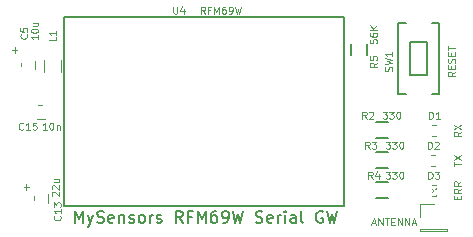
<source format=gto>
G04 #@! TF.GenerationSoftware,KiCad,Pcbnew,no-vcs-found-ecdfa40~58~ubuntu16.04.1*
G04 #@! TF.CreationDate,2017-03-21T12:12:51+02:00*
G04 #@! TF.ProjectId,serial_gw_ATMEGA328P,73657269616C5F67775F41544D454741,rev?*
G04 #@! TF.FileFunction,Legend,Top*
G04 #@! TF.FilePolarity,Positive*
%FSLAX46Y46*%
G04 Gerber Fmt 4.6, Leading zero omitted, Abs format (unit mm)*
G04 Created by KiCad (PCBNEW no-vcs-found-ecdfa40~58~ubuntu16.04.1) date Tue Mar 21 12:12:51 2017*
%MOMM*%
%LPD*%
G01*
G04 APERTURE LIST*
%ADD10C,0.100000*%
%ADD11C,0.120000*%
%ADD12C,0.200000*%
%ADD13C,0.150000*%
%ADD14C,1.901140*%
%ADD15C,3.399740*%
%ADD16R,1.750000X1.750000*%
%ADD17R,1.150000X1.600000*%
%ADD18R,2.000000X2.400000*%
%ADD19R,1.200000X1.200000*%
%ADD20R,1.600000X1.300000*%
%ADD21R,1.300000X1.600000*%
%ADD22R,3.400000X1.600000*%
%ADD23R,1.600000X1.150000*%
G04 APERTURE END LIST*
D10*
D11*
X77528571Y-78042857D02*
X77071428Y-78042857D01*
X77300000Y-78271428D02*
X77300000Y-77814285D01*
X78071428Y-89642857D02*
X78528571Y-89642857D01*
X78300000Y-89871428D02*
X78300000Y-89414285D01*
D12*
X82424380Y-92654380D02*
X82424380Y-91654380D01*
X82757714Y-92368666D01*
X83091047Y-91654380D01*
X83091047Y-92654380D01*
X83472000Y-91987714D02*
X83710095Y-92654380D01*
X83948190Y-91987714D02*
X83710095Y-92654380D01*
X83614857Y-92892476D01*
X83567238Y-92940095D01*
X83472000Y-92987714D01*
X84281523Y-92606761D02*
X84424380Y-92654380D01*
X84662476Y-92654380D01*
X84757714Y-92606761D01*
X84805333Y-92559142D01*
X84852952Y-92463904D01*
X84852952Y-92368666D01*
X84805333Y-92273428D01*
X84757714Y-92225809D01*
X84662476Y-92178190D01*
X84472000Y-92130571D01*
X84376761Y-92082952D01*
X84329142Y-92035333D01*
X84281523Y-91940095D01*
X84281523Y-91844857D01*
X84329142Y-91749619D01*
X84376761Y-91702000D01*
X84472000Y-91654380D01*
X84710095Y-91654380D01*
X84852952Y-91702000D01*
X85662476Y-92606761D02*
X85567238Y-92654380D01*
X85376761Y-92654380D01*
X85281523Y-92606761D01*
X85233904Y-92511523D01*
X85233904Y-92130571D01*
X85281523Y-92035333D01*
X85376761Y-91987714D01*
X85567238Y-91987714D01*
X85662476Y-92035333D01*
X85710095Y-92130571D01*
X85710095Y-92225809D01*
X85233904Y-92321047D01*
X86138666Y-91987714D02*
X86138666Y-92654380D01*
X86138666Y-92082952D02*
X86186285Y-92035333D01*
X86281523Y-91987714D01*
X86424380Y-91987714D01*
X86519619Y-92035333D01*
X86567238Y-92130571D01*
X86567238Y-92654380D01*
X86995809Y-92606761D02*
X87091047Y-92654380D01*
X87281523Y-92654380D01*
X87376761Y-92606761D01*
X87424380Y-92511523D01*
X87424380Y-92463904D01*
X87376761Y-92368666D01*
X87281523Y-92321047D01*
X87138666Y-92321047D01*
X87043428Y-92273428D01*
X86995809Y-92178190D01*
X86995809Y-92130571D01*
X87043428Y-92035333D01*
X87138666Y-91987714D01*
X87281523Y-91987714D01*
X87376761Y-92035333D01*
X87995809Y-92654380D02*
X87900571Y-92606761D01*
X87852952Y-92559142D01*
X87805333Y-92463904D01*
X87805333Y-92178190D01*
X87852952Y-92082952D01*
X87900571Y-92035333D01*
X87995809Y-91987714D01*
X88138666Y-91987714D01*
X88233904Y-92035333D01*
X88281523Y-92082952D01*
X88329142Y-92178190D01*
X88329142Y-92463904D01*
X88281523Y-92559142D01*
X88233904Y-92606761D01*
X88138666Y-92654380D01*
X87995809Y-92654380D01*
X88757714Y-92654380D02*
X88757714Y-91987714D01*
X88757714Y-92178190D02*
X88805333Y-92082952D01*
X88852952Y-92035333D01*
X88948190Y-91987714D01*
X89043428Y-91987714D01*
X89329142Y-92606761D02*
X89424380Y-92654380D01*
X89614857Y-92654380D01*
X89710095Y-92606761D01*
X89757714Y-92511523D01*
X89757714Y-92463904D01*
X89710095Y-92368666D01*
X89614857Y-92321047D01*
X89472000Y-92321047D01*
X89376761Y-92273428D01*
X89329142Y-92178190D01*
X89329142Y-92130571D01*
X89376761Y-92035333D01*
X89472000Y-91987714D01*
X89614857Y-91987714D01*
X89710095Y-92035333D01*
X91519619Y-92654380D02*
X91186285Y-92178190D01*
X90948190Y-92654380D02*
X90948190Y-91654380D01*
X91329142Y-91654380D01*
X91424380Y-91702000D01*
X91472000Y-91749619D01*
X91519619Y-91844857D01*
X91519619Y-91987714D01*
X91472000Y-92082952D01*
X91424380Y-92130571D01*
X91329142Y-92178190D01*
X90948190Y-92178190D01*
X92281523Y-92130571D02*
X91948190Y-92130571D01*
X91948190Y-92654380D02*
X91948190Y-91654380D01*
X92424380Y-91654380D01*
X92805333Y-92654380D02*
X92805333Y-91654380D01*
X93138666Y-92368666D01*
X93472000Y-91654380D01*
X93472000Y-92654380D01*
X94376761Y-91654380D02*
X94186285Y-91654380D01*
X94091047Y-91702000D01*
X94043428Y-91749619D01*
X93948190Y-91892476D01*
X93900571Y-92082952D01*
X93900571Y-92463904D01*
X93948190Y-92559142D01*
X93995809Y-92606761D01*
X94091047Y-92654380D01*
X94281523Y-92654380D01*
X94376761Y-92606761D01*
X94424380Y-92559142D01*
X94472000Y-92463904D01*
X94472000Y-92225809D01*
X94424380Y-92130571D01*
X94376761Y-92082952D01*
X94281523Y-92035333D01*
X94091047Y-92035333D01*
X93995809Y-92082952D01*
X93948190Y-92130571D01*
X93900571Y-92225809D01*
X94948190Y-92654380D02*
X95138666Y-92654380D01*
X95233904Y-92606761D01*
X95281523Y-92559142D01*
X95376761Y-92416285D01*
X95424380Y-92225809D01*
X95424380Y-91844857D01*
X95376761Y-91749619D01*
X95329142Y-91702000D01*
X95233904Y-91654380D01*
X95043428Y-91654380D01*
X94948190Y-91702000D01*
X94900571Y-91749619D01*
X94852952Y-91844857D01*
X94852952Y-92082952D01*
X94900571Y-92178190D01*
X94948190Y-92225809D01*
X95043428Y-92273428D01*
X95233904Y-92273428D01*
X95329142Y-92225809D01*
X95376761Y-92178190D01*
X95424380Y-92082952D01*
X95757714Y-91654380D02*
X95995809Y-92654380D01*
X96186285Y-91940095D01*
X96376761Y-92654380D01*
X96614857Y-91654380D01*
X97710095Y-92606761D02*
X97852952Y-92654380D01*
X98091047Y-92654380D01*
X98186285Y-92606761D01*
X98233904Y-92559142D01*
X98281523Y-92463904D01*
X98281523Y-92368666D01*
X98233904Y-92273428D01*
X98186285Y-92225809D01*
X98091047Y-92178190D01*
X97900571Y-92130571D01*
X97805333Y-92082952D01*
X97757714Y-92035333D01*
X97710095Y-91940095D01*
X97710095Y-91844857D01*
X97757714Y-91749619D01*
X97805333Y-91702000D01*
X97900571Y-91654380D01*
X98138666Y-91654380D01*
X98281523Y-91702000D01*
X99091047Y-92606761D02*
X98995809Y-92654380D01*
X98805333Y-92654380D01*
X98710095Y-92606761D01*
X98662476Y-92511523D01*
X98662476Y-92130571D01*
X98710095Y-92035333D01*
X98805333Y-91987714D01*
X98995809Y-91987714D01*
X99091047Y-92035333D01*
X99138666Y-92130571D01*
X99138666Y-92225809D01*
X98662476Y-92321047D01*
X99567238Y-92654380D02*
X99567238Y-91987714D01*
X99567238Y-92178190D02*
X99614857Y-92082952D01*
X99662476Y-92035333D01*
X99757714Y-91987714D01*
X99852952Y-91987714D01*
X100186285Y-92654380D02*
X100186285Y-91987714D01*
X100186285Y-91654380D02*
X100138666Y-91702000D01*
X100186285Y-91749619D01*
X100233904Y-91702000D01*
X100186285Y-91654380D01*
X100186285Y-91749619D01*
X101091047Y-92654380D02*
X101091047Y-92130571D01*
X101043428Y-92035333D01*
X100948190Y-91987714D01*
X100757714Y-91987714D01*
X100662476Y-92035333D01*
X101091047Y-92606761D02*
X100995809Y-92654380D01*
X100757714Y-92654380D01*
X100662476Y-92606761D01*
X100614857Y-92511523D01*
X100614857Y-92416285D01*
X100662476Y-92321047D01*
X100757714Y-92273428D01*
X100995809Y-92273428D01*
X101091047Y-92225809D01*
X101710095Y-92654380D02*
X101614857Y-92606761D01*
X101567238Y-92511523D01*
X101567238Y-91654380D01*
X103376761Y-91702000D02*
X103281523Y-91654380D01*
X103138666Y-91654380D01*
X102995809Y-91702000D01*
X102900571Y-91797238D01*
X102852952Y-91892476D01*
X102805333Y-92082952D01*
X102805333Y-92225809D01*
X102852952Y-92416285D01*
X102900571Y-92511523D01*
X102995809Y-92606761D01*
X103138666Y-92654380D01*
X103233904Y-92654380D01*
X103376761Y-92606761D01*
X103424380Y-92559142D01*
X103424380Y-92225809D01*
X103233904Y-92225809D01*
X103757714Y-91654380D02*
X103995809Y-92654380D01*
X104186285Y-91940095D01*
X104376761Y-92654380D01*
X104614857Y-91654380D01*
D11*
X111656000Y-93202000D02*
X111656000Y-93322000D01*
X111656000Y-93322000D02*
X113896000Y-93322000D01*
X113896000Y-93322000D02*
X113896000Y-93202000D01*
X113896000Y-93202000D02*
X111656000Y-93202000D01*
X111656000Y-92202000D02*
X111656000Y-91082000D01*
X111656000Y-91082000D02*
X112776000Y-91082000D01*
X80102000Y-90262000D02*
X80102000Y-90962000D01*
X78902000Y-90962000D02*
X78902000Y-90262000D01*
D13*
X110806000Y-80140000D02*
X110806000Y-77340000D01*
X110806000Y-77340000D02*
X112206000Y-77340000D01*
X112206000Y-77340000D02*
X112206000Y-80140000D01*
X112206000Y-80140000D02*
X110806000Y-80140000D01*
X109756000Y-75740000D02*
X110406000Y-75740000D01*
X113256000Y-75740000D02*
X112606000Y-75740000D01*
X112606000Y-81740000D02*
X113256000Y-81740000D01*
X109756000Y-81740000D02*
X110406000Y-81740000D01*
X109756000Y-75740000D02*
X109756000Y-81740000D01*
X113256000Y-81740000D02*
X113256000Y-75740000D01*
D11*
X114114000Y-85336000D02*
X112014000Y-85336000D01*
X114114000Y-84336000D02*
X112014000Y-84336000D01*
X114114000Y-85336000D02*
X114114000Y-84336000D01*
X114038000Y-87876000D02*
X114038000Y-86876000D01*
X114038000Y-86876000D02*
X111938000Y-86876000D01*
X114038000Y-87876000D02*
X111938000Y-87876000D01*
X114114000Y-90416000D02*
X112014000Y-90416000D01*
X114114000Y-89416000D02*
X112014000Y-89416000D01*
X114114000Y-90416000D02*
X114114000Y-89416000D01*
D13*
X107874000Y-84161000D02*
X108874000Y-84161000D01*
X108874000Y-85511000D02*
X107874000Y-85511000D01*
X108874000Y-88051000D02*
X107874000Y-88051000D01*
X107874000Y-86701000D02*
X108874000Y-86701000D01*
X107874000Y-89241000D02*
X108874000Y-89241000D01*
X108874000Y-90591000D02*
X107874000Y-90591000D01*
X105751000Y-78478000D02*
X105751000Y-77478000D01*
X107101000Y-77478000D02*
X107101000Y-78478000D01*
X81480000Y-75264000D02*
X105180000Y-75264000D01*
X105180000Y-75264000D02*
X105180000Y-91264000D01*
X105180000Y-91264000D02*
X81480000Y-91264000D01*
X81480000Y-91264000D02*
X81480000Y-75264000D01*
D11*
X79820000Y-79900000D02*
X79820000Y-78900000D01*
X81180000Y-78900000D02*
X81180000Y-79900000D01*
X79000000Y-78950000D02*
X79000000Y-79650000D01*
X77800000Y-79650000D02*
X77800000Y-78950000D01*
X79150000Y-82700000D02*
X79850000Y-82700000D01*
X79850000Y-83900000D02*
X79150000Y-83900000D01*
X112333142Y-90353428D02*
X112333142Y-89753428D01*
X112561714Y-89753428D01*
X112618857Y-89782000D01*
X112647428Y-89810571D01*
X112676000Y-89867714D01*
X112676000Y-89953428D01*
X112647428Y-90010571D01*
X112618857Y-90039142D01*
X112561714Y-90067714D01*
X112333142Y-90067714D01*
X112904571Y-89810571D02*
X112933142Y-89782000D01*
X112990285Y-89753428D01*
X113133142Y-89753428D01*
X113190285Y-89782000D01*
X113218857Y-89810571D01*
X113247428Y-89867714D01*
X113247428Y-89924857D01*
X113218857Y-90010571D01*
X112876000Y-90353428D01*
X113247428Y-90353428D01*
X107557142Y-92700000D02*
X107842857Y-92700000D01*
X107500000Y-92871428D02*
X107700000Y-92271428D01*
X107900000Y-92871428D01*
X108100000Y-92871428D02*
X108100000Y-92271428D01*
X108442857Y-92871428D01*
X108442857Y-92271428D01*
X108642857Y-92271428D02*
X108985714Y-92271428D01*
X108814285Y-92871428D02*
X108814285Y-92271428D01*
X109185714Y-92557142D02*
X109385714Y-92557142D01*
X109471428Y-92871428D02*
X109185714Y-92871428D01*
X109185714Y-92271428D01*
X109471428Y-92271428D01*
X109728571Y-92871428D02*
X109728571Y-92271428D01*
X110071428Y-92871428D01*
X110071428Y-92271428D01*
X110357142Y-92871428D02*
X110357142Y-92271428D01*
X110700000Y-92871428D01*
X110700000Y-92271428D01*
X110957142Y-92700000D02*
X111242857Y-92700000D01*
X110900000Y-92871428D02*
X111100000Y-92271428D01*
X111300000Y-92871428D01*
X81130285Y-92079714D02*
X81158857Y-92108285D01*
X81187428Y-92194000D01*
X81187428Y-92251142D01*
X81158857Y-92336857D01*
X81101714Y-92394000D01*
X81044571Y-92422571D01*
X80930285Y-92451142D01*
X80844571Y-92451142D01*
X80730285Y-92422571D01*
X80673142Y-92394000D01*
X80616000Y-92336857D01*
X80587428Y-92251142D01*
X80587428Y-92194000D01*
X80616000Y-92108285D01*
X80644571Y-92079714D01*
X81187428Y-91508285D02*
X81187428Y-91851142D01*
X81187428Y-91679714D02*
X80587428Y-91679714D01*
X80673142Y-91736857D01*
X80730285Y-91794000D01*
X80758857Y-91851142D01*
X80587428Y-91308285D02*
X80587428Y-90936857D01*
X80816000Y-91136857D01*
X80816000Y-91051142D01*
X80844571Y-90994000D01*
X80873142Y-90965428D01*
X80930285Y-90936857D01*
X81073142Y-90936857D01*
X81130285Y-90965428D01*
X81158857Y-90994000D01*
X81187428Y-91051142D01*
X81187428Y-91222571D01*
X81158857Y-91279714D01*
X81130285Y-91308285D01*
X80500571Y-90390571D02*
X80472000Y-90362000D01*
X80443428Y-90304857D01*
X80443428Y-90162000D01*
X80472000Y-90104857D01*
X80500571Y-90076285D01*
X80557714Y-90047714D01*
X80614857Y-90047714D01*
X80700571Y-90076285D01*
X81043428Y-90419142D01*
X81043428Y-90047714D01*
X80500571Y-89819142D02*
X80472000Y-89790571D01*
X80443428Y-89733428D01*
X80443428Y-89590571D01*
X80472000Y-89533428D01*
X80500571Y-89504857D01*
X80557714Y-89476285D01*
X80614857Y-89476285D01*
X80700571Y-89504857D01*
X81043428Y-89847714D01*
X81043428Y-89476285D01*
X80643428Y-88962000D02*
X81043428Y-88962000D01*
X80643428Y-89219142D02*
X80957714Y-89219142D01*
X81014857Y-89190571D01*
X81043428Y-89133428D01*
X81043428Y-89047714D01*
X81014857Y-88990571D01*
X80986285Y-88962000D01*
X109208857Y-79794000D02*
X109237428Y-79708285D01*
X109237428Y-79565428D01*
X109208857Y-79508285D01*
X109180285Y-79479714D01*
X109123142Y-79451142D01*
X109066000Y-79451142D01*
X109008857Y-79479714D01*
X108980285Y-79508285D01*
X108951714Y-79565428D01*
X108923142Y-79679714D01*
X108894571Y-79736857D01*
X108866000Y-79765428D01*
X108808857Y-79794000D01*
X108751714Y-79794000D01*
X108694571Y-79765428D01*
X108666000Y-79736857D01*
X108637428Y-79679714D01*
X108637428Y-79536857D01*
X108666000Y-79451142D01*
X108637428Y-79251142D02*
X109237428Y-79108285D01*
X108808857Y-78994000D01*
X109237428Y-78879714D01*
X108637428Y-78736857D01*
X109237428Y-78194000D02*
X109237428Y-78536857D01*
X109237428Y-78365428D02*
X108637428Y-78365428D01*
X108723142Y-78422571D01*
X108780285Y-78479714D01*
X108808857Y-78536857D01*
X114571428Y-79865428D02*
X114285714Y-80065428D01*
X114571428Y-80208285D02*
X113971428Y-80208285D01*
X113971428Y-79979714D01*
X114000000Y-79922571D01*
X114028571Y-79894000D01*
X114085714Y-79865428D01*
X114171428Y-79865428D01*
X114228571Y-79894000D01*
X114257142Y-79922571D01*
X114285714Y-79979714D01*
X114285714Y-80208285D01*
X114257142Y-79608285D02*
X114257142Y-79408285D01*
X114571428Y-79322571D02*
X114571428Y-79608285D01*
X113971428Y-79608285D01*
X113971428Y-79322571D01*
X114542857Y-79094000D02*
X114571428Y-79008285D01*
X114571428Y-78865428D01*
X114542857Y-78808285D01*
X114514285Y-78779714D01*
X114457142Y-78751142D01*
X114400000Y-78751142D01*
X114342857Y-78779714D01*
X114314285Y-78808285D01*
X114285714Y-78865428D01*
X114257142Y-78979714D01*
X114228571Y-79036857D01*
X114200000Y-79065428D01*
X114142857Y-79094000D01*
X114085714Y-79094000D01*
X114028571Y-79065428D01*
X114000000Y-79036857D01*
X113971428Y-78979714D01*
X113971428Y-78836857D01*
X114000000Y-78751142D01*
X114257142Y-78494000D02*
X114257142Y-78294000D01*
X114571428Y-78208285D02*
X114571428Y-78494000D01*
X113971428Y-78494000D01*
X113971428Y-78208285D01*
X113971428Y-78036857D02*
X113971428Y-77694000D01*
X114571428Y-77865428D02*
X113971428Y-77865428D01*
X112371142Y-83837428D02*
X112371142Y-83237428D01*
X112514000Y-83237428D01*
X112599714Y-83266000D01*
X112656857Y-83323142D01*
X112685428Y-83380285D01*
X112714000Y-83494571D01*
X112714000Y-83580285D01*
X112685428Y-83694571D01*
X112656857Y-83751714D01*
X112599714Y-83808857D01*
X112514000Y-83837428D01*
X112371142Y-83837428D01*
X113285428Y-83837428D02*
X112942571Y-83837428D01*
X113114000Y-83837428D02*
X113114000Y-83237428D01*
X113056857Y-83323142D01*
X112999714Y-83380285D01*
X112942571Y-83408857D01*
X115079428Y-84936000D02*
X114793714Y-85136000D01*
X115079428Y-85278857D02*
X114479428Y-85278857D01*
X114479428Y-85050285D01*
X114508000Y-84993142D01*
X114536571Y-84964571D01*
X114593714Y-84936000D01*
X114679428Y-84936000D01*
X114736571Y-84964571D01*
X114765142Y-84993142D01*
X114793714Y-85050285D01*
X114793714Y-85278857D01*
X114479428Y-84736000D02*
X115079428Y-84336000D01*
X114479428Y-84336000D02*
X115079428Y-84736000D01*
X112295142Y-86377428D02*
X112295142Y-85777428D01*
X112438000Y-85777428D01*
X112523714Y-85806000D01*
X112580857Y-85863142D01*
X112609428Y-85920285D01*
X112638000Y-86034571D01*
X112638000Y-86120285D01*
X112609428Y-86234571D01*
X112580857Y-86291714D01*
X112523714Y-86348857D01*
X112438000Y-86377428D01*
X112295142Y-86377428D01*
X112866571Y-85834571D02*
X112895142Y-85806000D01*
X112952285Y-85777428D01*
X113095142Y-85777428D01*
X113152285Y-85806000D01*
X113180857Y-85834571D01*
X113209428Y-85891714D01*
X113209428Y-85948857D01*
X113180857Y-86034571D01*
X112838000Y-86377428D01*
X113209428Y-86377428D01*
X114479428Y-87833142D02*
X114479428Y-87490285D01*
X115079428Y-87661714D02*
X114479428Y-87661714D01*
X114479428Y-87347428D02*
X115079428Y-86947428D01*
X114479428Y-86947428D02*
X115079428Y-87347428D01*
X112333142Y-88917428D02*
X112333142Y-88317428D01*
X112476000Y-88317428D01*
X112561714Y-88346000D01*
X112618857Y-88403142D01*
X112647428Y-88460285D01*
X112676000Y-88574571D01*
X112676000Y-88660285D01*
X112647428Y-88774571D01*
X112618857Y-88831714D01*
X112561714Y-88888857D01*
X112476000Y-88917428D01*
X112333142Y-88917428D01*
X112876000Y-88317428D02*
X113247428Y-88317428D01*
X113047428Y-88546000D01*
X113133142Y-88546000D01*
X113190285Y-88574571D01*
X113218857Y-88603142D01*
X113247428Y-88660285D01*
X113247428Y-88803142D01*
X113218857Y-88860285D01*
X113190285Y-88888857D01*
X113133142Y-88917428D01*
X112961714Y-88917428D01*
X112904571Y-88888857D01*
X112876000Y-88860285D01*
X114765142Y-90644571D02*
X114765142Y-90444571D01*
X115079428Y-90358857D02*
X115079428Y-90644571D01*
X114479428Y-90644571D01*
X114479428Y-90358857D01*
X115079428Y-89758857D02*
X114793714Y-89958857D01*
X115079428Y-90101714D02*
X114479428Y-90101714D01*
X114479428Y-89873142D01*
X114508000Y-89816000D01*
X114536571Y-89787428D01*
X114593714Y-89758857D01*
X114679428Y-89758857D01*
X114736571Y-89787428D01*
X114765142Y-89816000D01*
X114793714Y-89873142D01*
X114793714Y-90101714D01*
X115079428Y-89158857D02*
X114793714Y-89358857D01*
X115079428Y-89501714D02*
X114479428Y-89501714D01*
X114479428Y-89273142D01*
X114508000Y-89216000D01*
X114536571Y-89187428D01*
X114593714Y-89158857D01*
X114679428Y-89158857D01*
X114736571Y-89187428D01*
X114765142Y-89216000D01*
X114793714Y-89273142D01*
X114793714Y-89501714D01*
X107088000Y-83837428D02*
X106888000Y-83551714D01*
X106745142Y-83837428D02*
X106745142Y-83237428D01*
X106973714Y-83237428D01*
X107030857Y-83266000D01*
X107059428Y-83294571D01*
X107088000Y-83351714D01*
X107088000Y-83437428D01*
X107059428Y-83494571D01*
X107030857Y-83523142D01*
X106973714Y-83551714D01*
X106745142Y-83551714D01*
X107316571Y-83294571D02*
X107345142Y-83266000D01*
X107402285Y-83237428D01*
X107545142Y-83237428D01*
X107602285Y-83266000D01*
X107630857Y-83294571D01*
X107659428Y-83351714D01*
X107659428Y-83408857D01*
X107630857Y-83494571D01*
X107288000Y-83837428D01*
X107659428Y-83837428D01*
X108448571Y-83237428D02*
X108820000Y-83237428D01*
X108620000Y-83466000D01*
X108705714Y-83466000D01*
X108762857Y-83494571D01*
X108791428Y-83523142D01*
X108820000Y-83580285D01*
X108820000Y-83723142D01*
X108791428Y-83780285D01*
X108762857Y-83808857D01*
X108705714Y-83837428D01*
X108534285Y-83837428D01*
X108477142Y-83808857D01*
X108448571Y-83780285D01*
X109020000Y-83237428D02*
X109391428Y-83237428D01*
X109191428Y-83466000D01*
X109277142Y-83466000D01*
X109334285Y-83494571D01*
X109362857Y-83523142D01*
X109391428Y-83580285D01*
X109391428Y-83723142D01*
X109362857Y-83780285D01*
X109334285Y-83808857D01*
X109277142Y-83837428D01*
X109105714Y-83837428D01*
X109048571Y-83808857D01*
X109020000Y-83780285D01*
X109762857Y-83237428D02*
X109820000Y-83237428D01*
X109877142Y-83266000D01*
X109905714Y-83294571D01*
X109934285Y-83351714D01*
X109962857Y-83466000D01*
X109962857Y-83608857D01*
X109934285Y-83723142D01*
X109905714Y-83780285D01*
X109877142Y-83808857D01*
X109820000Y-83837428D01*
X109762857Y-83837428D01*
X109705714Y-83808857D01*
X109677142Y-83780285D01*
X109648571Y-83723142D01*
X109620000Y-83608857D01*
X109620000Y-83466000D01*
X109648571Y-83351714D01*
X109677142Y-83294571D01*
X109705714Y-83266000D01*
X109762857Y-83237428D01*
X107342000Y-86377428D02*
X107142000Y-86091714D01*
X106999142Y-86377428D02*
X106999142Y-85777428D01*
X107227714Y-85777428D01*
X107284857Y-85806000D01*
X107313428Y-85834571D01*
X107342000Y-85891714D01*
X107342000Y-85977428D01*
X107313428Y-86034571D01*
X107284857Y-86063142D01*
X107227714Y-86091714D01*
X106999142Y-86091714D01*
X107542000Y-85777428D02*
X107913428Y-85777428D01*
X107713428Y-86006000D01*
X107799142Y-86006000D01*
X107856285Y-86034571D01*
X107884857Y-86063142D01*
X107913428Y-86120285D01*
X107913428Y-86263142D01*
X107884857Y-86320285D01*
X107856285Y-86348857D01*
X107799142Y-86377428D01*
X107627714Y-86377428D01*
X107570571Y-86348857D01*
X107542000Y-86320285D01*
X108702571Y-85777428D02*
X109074000Y-85777428D01*
X108874000Y-86006000D01*
X108959714Y-86006000D01*
X109016857Y-86034571D01*
X109045428Y-86063142D01*
X109074000Y-86120285D01*
X109074000Y-86263142D01*
X109045428Y-86320285D01*
X109016857Y-86348857D01*
X108959714Y-86377428D01*
X108788285Y-86377428D01*
X108731142Y-86348857D01*
X108702571Y-86320285D01*
X109274000Y-85777428D02*
X109645428Y-85777428D01*
X109445428Y-86006000D01*
X109531142Y-86006000D01*
X109588285Y-86034571D01*
X109616857Y-86063142D01*
X109645428Y-86120285D01*
X109645428Y-86263142D01*
X109616857Y-86320285D01*
X109588285Y-86348857D01*
X109531142Y-86377428D01*
X109359714Y-86377428D01*
X109302571Y-86348857D01*
X109274000Y-86320285D01*
X110016857Y-85777428D02*
X110074000Y-85777428D01*
X110131142Y-85806000D01*
X110159714Y-85834571D01*
X110188285Y-85891714D01*
X110216857Y-86006000D01*
X110216857Y-86148857D01*
X110188285Y-86263142D01*
X110159714Y-86320285D01*
X110131142Y-86348857D01*
X110074000Y-86377428D01*
X110016857Y-86377428D01*
X109959714Y-86348857D01*
X109931142Y-86320285D01*
X109902571Y-86263142D01*
X109874000Y-86148857D01*
X109874000Y-86006000D01*
X109902571Y-85891714D01*
X109931142Y-85834571D01*
X109959714Y-85806000D01*
X110016857Y-85777428D01*
X107596000Y-88917428D02*
X107396000Y-88631714D01*
X107253142Y-88917428D02*
X107253142Y-88317428D01*
X107481714Y-88317428D01*
X107538857Y-88346000D01*
X107567428Y-88374571D01*
X107596000Y-88431714D01*
X107596000Y-88517428D01*
X107567428Y-88574571D01*
X107538857Y-88603142D01*
X107481714Y-88631714D01*
X107253142Y-88631714D01*
X108110285Y-88517428D02*
X108110285Y-88917428D01*
X107967428Y-88288857D02*
X107824571Y-88717428D01*
X108196000Y-88717428D01*
X108702571Y-88317428D02*
X109074000Y-88317428D01*
X108874000Y-88546000D01*
X108959714Y-88546000D01*
X109016857Y-88574571D01*
X109045428Y-88603142D01*
X109074000Y-88660285D01*
X109074000Y-88803142D01*
X109045428Y-88860285D01*
X109016857Y-88888857D01*
X108959714Y-88917428D01*
X108788285Y-88917428D01*
X108731142Y-88888857D01*
X108702571Y-88860285D01*
X109274000Y-88317428D02*
X109645428Y-88317428D01*
X109445428Y-88546000D01*
X109531142Y-88546000D01*
X109588285Y-88574571D01*
X109616857Y-88603142D01*
X109645428Y-88660285D01*
X109645428Y-88803142D01*
X109616857Y-88860285D01*
X109588285Y-88888857D01*
X109531142Y-88917428D01*
X109359714Y-88917428D01*
X109302571Y-88888857D01*
X109274000Y-88860285D01*
X110016857Y-88317428D02*
X110074000Y-88317428D01*
X110131142Y-88346000D01*
X110159714Y-88374571D01*
X110188285Y-88431714D01*
X110216857Y-88546000D01*
X110216857Y-88688857D01*
X110188285Y-88803142D01*
X110159714Y-88860285D01*
X110131142Y-88888857D01*
X110074000Y-88917428D01*
X110016857Y-88917428D01*
X109959714Y-88888857D01*
X109931142Y-88860285D01*
X109902571Y-88803142D01*
X109874000Y-88688857D01*
X109874000Y-88546000D01*
X109902571Y-88431714D01*
X109931142Y-88374571D01*
X109959714Y-88346000D01*
X110016857Y-88317428D01*
X107967428Y-79094000D02*
X107681714Y-79294000D01*
X107967428Y-79436857D02*
X107367428Y-79436857D01*
X107367428Y-79208285D01*
X107396000Y-79151142D01*
X107424571Y-79122571D01*
X107481714Y-79094000D01*
X107567428Y-79094000D01*
X107624571Y-79122571D01*
X107653142Y-79151142D01*
X107681714Y-79208285D01*
X107681714Y-79436857D01*
X107367428Y-78551142D02*
X107367428Y-78836857D01*
X107653142Y-78865428D01*
X107624571Y-78836857D01*
X107596000Y-78779714D01*
X107596000Y-78636857D01*
X107624571Y-78579714D01*
X107653142Y-78551142D01*
X107710285Y-78522571D01*
X107853142Y-78522571D01*
X107910285Y-78551142D01*
X107938857Y-78579714D01*
X107967428Y-78636857D01*
X107967428Y-78779714D01*
X107938857Y-78836857D01*
X107910285Y-78865428D01*
X107367428Y-77150857D02*
X107367428Y-77436571D01*
X107653142Y-77465142D01*
X107624571Y-77436571D01*
X107596000Y-77379428D01*
X107596000Y-77236571D01*
X107624571Y-77179428D01*
X107653142Y-77150857D01*
X107710285Y-77122285D01*
X107853142Y-77122285D01*
X107910285Y-77150857D01*
X107938857Y-77179428D01*
X107967428Y-77236571D01*
X107967428Y-77379428D01*
X107938857Y-77436571D01*
X107910285Y-77465142D01*
X107367428Y-76608000D02*
X107367428Y-76722285D01*
X107396000Y-76779428D01*
X107424571Y-76808000D01*
X107510285Y-76865142D01*
X107624571Y-76893714D01*
X107853142Y-76893714D01*
X107910285Y-76865142D01*
X107938857Y-76836571D01*
X107967428Y-76779428D01*
X107967428Y-76665142D01*
X107938857Y-76608000D01*
X107910285Y-76579428D01*
X107853142Y-76550857D01*
X107710285Y-76550857D01*
X107653142Y-76579428D01*
X107624571Y-76608000D01*
X107596000Y-76665142D01*
X107596000Y-76779428D01*
X107624571Y-76836571D01*
X107653142Y-76865142D01*
X107710285Y-76893714D01*
X107967428Y-76293714D02*
X107367428Y-76293714D01*
X107967428Y-75950857D02*
X107624571Y-76208000D01*
X107367428Y-75950857D02*
X107710285Y-76293714D01*
X90728857Y-74347428D02*
X90728857Y-74833142D01*
X90757428Y-74890285D01*
X90786000Y-74918857D01*
X90843142Y-74947428D01*
X90957428Y-74947428D01*
X91014571Y-74918857D01*
X91043142Y-74890285D01*
X91071714Y-74833142D01*
X91071714Y-74347428D01*
X91614571Y-74547428D02*
X91614571Y-74947428D01*
X91471714Y-74318857D02*
X91328857Y-74747428D01*
X91700285Y-74747428D01*
X93413428Y-74947428D02*
X93213428Y-74661714D01*
X93070571Y-74947428D02*
X93070571Y-74347428D01*
X93299142Y-74347428D01*
X93356285Y-74376000D01*
X93384857Y-74404571D01*
X93413428Y-74461714D01*
X93413428Y-74547428D01*
X93384857Y-74604571D01*
X93356285Y-74633142D01*
X93299142Y-74661714D01*
X93070571Y-74661714D01*
X93870571Y-74633142D02*
X93670571Y-74633142D01*
X93670571Y-74947428D02*
X93670571Y-74347428D01*
X93956285Y-74347428D01*
X94184857Y-74947428D02*
X94184857Y-74347428D01*
X94384857Y-74776000D01*
X94584857Y-74347428D01*
X94584857Y-74947428D01*
X95127714Y-74347428D02*
X95013428Y-74347428D01*
X94956285Y-74376000D01*
X94927714Y-74404571D01*
X94870571Y-74490285D01*
X94842000Y-74604571D01*
X94842000Y-74833142D01*
X94870571Y-74890285D01*
X94899142Y-74918857D01*
X94956285Y-74947428D01*
X95070571Y-74947428D01*
X95127714Y-74918857D01*
X95156285Y-74890285D01*
X95184857Y-74833142D01*
X95184857Y-74690285D01*
X95156285Y-74633142D01*
X95127714Y-74604571D01*
X95070571Y-74576000D01*
X94956285Y-74576000D01*
X94899142Y-74604571D01*
X94870571Y-74633142D01*
X94842000Y-74690285D01*
X95470571Y-74947428D02*
X95584857Y-74947428D01*
X95642000Y-74918857D01*
X95670571Y-74890285D01*
X95727714Y-74804571D01*
X95756285Y-74690285D01*
X95756285Y-74461714D01*
X95727714Y-74404571D01*
X95699142Y-74376000D01*
X95642000Y-74347428D01*
X95527714Y-74347428D01*
X95470571Y-74376000D01*
X95442000Y-74404571D01*
X95413428Y-74461714D01*
X95413428Y-74604571D01*
X95442000Y-74661714D01*
X95470571Y-74690285D01*
X95527714Y-74718857D01*
X95642000Y-74718857D01*
X95699142Y-74690285D01*
X95727714Y-74661714D01*
X95756285Y-74604571D01*
X95956285Y-74347428D02*
X96099142Y-74947428D01*
X96213428Y-74518857D01*
X96327714Y-74947428D01*
X96470571Y-74347428D01*
X80771428Y-76900000D02*
X80771428Y-77185714D01*
X80171428Y-77185714D01*
X80771428Y-76385714D02*
X80771428Y-76728571D01*
X80771428Y-76557142D02*
X80171428Y-76557142D01*
X80257142Y-76614285D01*
X80314285Y-76671428D01*
X80342857Y-76728571D01*
X78314285Y-76700000D02*
X78342857Y-76728571D01*
X78371428Y-76814285D01*
X78371428Y-76871428D01*
X78342857Y-76957142D01*
X78285714Y-77014285D01*
X78228571Y-77042857D01*
X78114285Y-77071428D01*
X78028571Y-77071428D01*
X77914285Y-77042857D01*
X77857142Y-77014285D01*
X77800000Y-76957142D01*
X77771428Y-76871428D01*
X77771428Y-76814285D01*
X77800000Y-76728571D01*
X77828571Y-76700000D01*
X77771428Y-76157142D02*
X77771428Y-76442857D01*
X78057142Y-76471428D01*
X78028571Y-76442857D01*
X78000000Y-76385714D01*
X78000000Y-76242857D01*
X78028571Y-76185714D01*
X78057142Y-76157142D01*
X78114285Y-76128571D01*
X78257142Y-76128571D01*
X78314285Y-76157142D01*
X78342857Y-76185714D01*
X78371428Y-76242857D01*
X78371428Y-76385714D01*
X78342857Y-76442857D01*
X78314285Y-76471428D01*
X79271428Y-76785714D02*
X79271428Y-77128571D01*
X79271428Y-76957142D02*
X78671428Y-76957142D01*
X78757142Y-77014285D01*
X78814285Y-77071428D01*
X78842857Y-77128571D01*
X78671428Y-76414285D02*
X78671428Y-76357142D01*
X78700000Y-76300000D01*
X78728571Y-76271428D01*
X78785714Y-76242857D01*
X78900000Y-76214285D01*
X79042857Y-76214285D01*
X79157142Y-76242857D01*
X79214285Y-76271428D01*
X79242857Y-76300000D01*
X79271428Y-76357142D01*
X79271428Y-76414285D01*
X79242857Y-76471428D01*
X79214285Y-76500000D01*
X79157142Y-76528571D01*
X79042857Y-76557142D01*
X78900000Y-76557142D01*
X78785714Y-76528571D01*
X78728571Y-76500000D01*
X78700000Y-76471428D01*
X78671428Y-76414285D01*
X78871428Y-75700000D02*
X79271428Y-75700000D01*
X78871428Y-75957142D02*
X79185714Y-75957142D01*
X79242857Y-75928571D01*
X79271428Y-75871428D01*
X79271428Y-75785714D01*
X79242857Y-75728571D01*
X79214285Y-75700000D01*
X78014285Y-84714285D02*
X77985714Y-84742857D01*
X77900000Y-84771428D01*
X77842857Y-84771428D01*
X77757142Y-84742857D01*
X77700000Y-84685714D01*
X77671428Y-84628571D01*
X77642857Y-84514285D01*
X77642857Y-84428571D01*
X77671428Y-84314285D01*
X77700000Y-84257142D01*
X77757142Y-84200000D01*
X77842857Y-84171428D01*
X77900000Y-84171428D01*
X77985714Y-84200000D01*
X78014285Y-84228571D01*
X78585714Y-84771428D02*
X78242857Y-84771428D01*
X78414285Y-84771428D02*
X78414285Y-84171428D01*
X78357142Y-84257142D01*
X78300000Y-84314285D01*
X78242857Y-84342857D01*
X79128571Y-84171428D02*
X78842857Y-84171428D01*
X78814285Y-84457142D01*
X78842857Y-84428571D01*
X78900000Y-84400000D01*
X79042857Y-84400000D01*
X79100000Y-84428571D01*
X79128571Y-84457142D01*
X79157142Y-84514285D01*
X79157142Y-84657142D01*
X79128571Y-84714285D01*
X79100000Y-84742857D01*
X79042857Y-84771428D01*
X78900000Y-84771428D01*
X78842857Y-84742857D01*
X78814285Y-84714285D01*
X80014285Y-84771428D02*
X79671428Y-84771428D01*
X79842857Y-84771428D02*
X79842857Y-84171428D01*
X79785714Y-84257142D01*
X79728571Y-84314285D01*
X79671428Y-84342857D01*
X80385714Y-84171428D02*
X80442857Y-84171428D01*
X80500000Y-84200000D01*
X80528571Y-84228571D01*
X80557142Y-84285714D01*
X80585714Y-84400000D01*
X80585714Y-84542857D01*
X80557142Y-84657142D01*
X80528571Y-84714285D01*
X80500000Y-84742857D01*
X80442857Y-84771428D01*
X80385714Y-84771428D01*
X80328571Y-84742857D01*
X80300000Y-84714285D01*
X80271428Y-84657142D01*
X80242857Y-84542857D01*
X80242857Y-84400000D01*
X80271428Y-84285714D01*
X80300000Y-84228571D01*
X80328571Y-84200000D01*
X80385714Y-84171428D01*
X80842857Y-84371428D02*
X80842857Y-84771428D01*
X80842857Y-84428571D02*
X80871428Y-84400000D01*
X80928571Y-84371428D01*
X81014285Y-84371428D01*
X81071428Y-84400000D01*
X81100000Y-84457142D01*
X81100000Y-84771428D01*
%LPC*%
D14*
X76207000Y-87422000D03*
X76207000Y-84882000D03*
X76207000Y-82850000D03*
X76207000Y-80310000D03*
D15*
X73540000Y-90470000D03*
X73540000Y-76754000D03*
D16*
X112776000Y-92202000D03*
D17*
X79502000Y-89662000D03*
X79502000Y-91562000D03*
D18*
X111506000Y-76040000D03*
X111506000Y-81440000D03*
D19*
X113614000Y-84836000D03*
X112014000Y-84836000D03*
X111938000Y-87376000D03*
X113538000Y-87376000D03*
X113614000Y-89916000D03*
X112014000Y-89916000D03*
D20*
X109474000Y-84836000D03*
X107274000Y-84836000D03*
X107274000Y-87376000D03*
X109474000Y-87376000D03*
X109474000Y-89916000D03*
X107274000Y-89916000D03*
D21*
X106426000Y-76878000D03*
X106426000Y-79078000D03*
D22*
X103180000Y-76264000D03*
X103180000Y-78264000D03*
X103180000Y-80264000D03*
X103180000Y-82264000D03*
X103180000Y-84264000D03*
X103180000Y-86264000D03*
X103180000Y-88264000D03*
X103180000Y-90264000D03*
X83480000Y-90264000D03*
X83480000Y-88264000D03*
X83480000Y-86264000D03*
X83480000Y-84264000D03*
X83480000Y-82264000D03*
X83480000Y-80264000D03*
X83480000Y-78264000D03*
X83480000Y-76264000D03*
D21*
X80500000Y-78300000D03*
X80500000Y-80500000D03*
D17*
X78400000Y-78350000D03*
X78400000Y-80250000D03*
D23*
X78550000Y-83300000D03*
X80450000Y-83300000D03*
M02*

</source>
